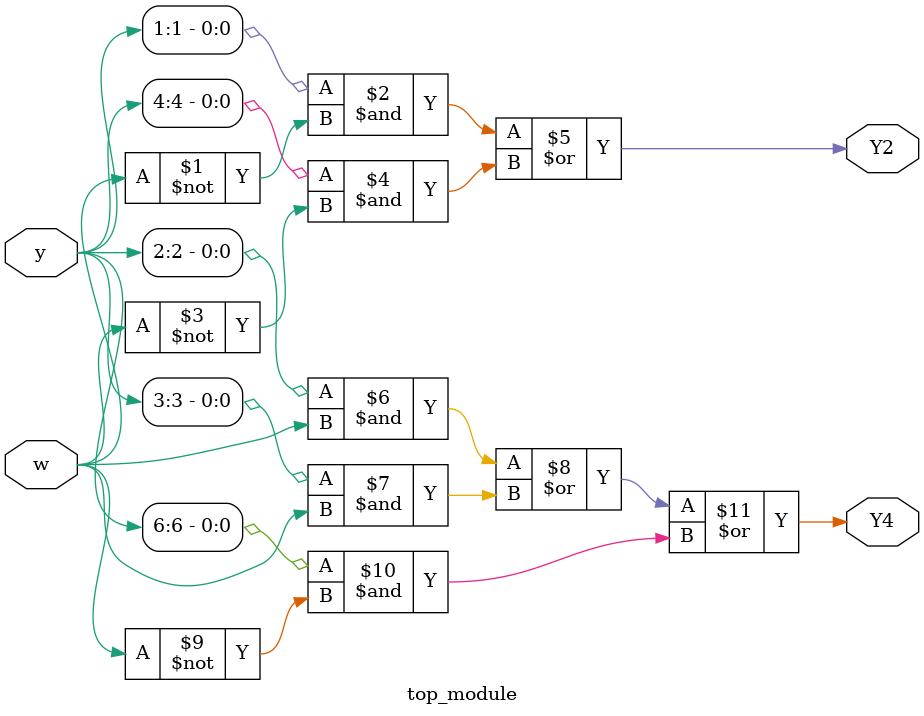
<source format=sv>
module top_module (
    input [6:1] y,
    input w,
    output Y2,
    output Y4
);

// Next state logic for y[2] (state B)
assign Y2 = (y[1] & ~w) | (y[4] & ~w);

// Next state logic for y[4] (state D)
assign Y4 = (y[2] & w) | (y[3] & w) | (y[6] & ~w);

endmodule

</source>
